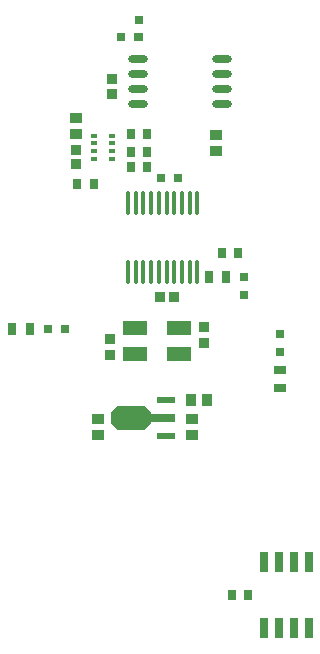
<source format=gbr>
G04*
G04 #@! TF.GenerationSoftware,Altium Limited,Altium Designer,25.7.1 (20)*
G04*
G04 Layer_Color=8421504*
%FSLAX44Y44*%
%MOMM*%
G71*
G04*
G04 #@! TF.SameCoordinates,265DE244-54D5-4CCD-A973-AF3357FD315F*
G04*
G04*
G04 #@! TF.FilePolarity,Positive*
G04*
G01*
G75*
%ADD16R,0.7000X0.9000*%
%ADD17R,2.0000X1.2000*%
%ADD18R,0.9500X0.8500*%
%ADD19R,0.8000X0.8000*%
%ADD20R,0.7500X1.0000*%
G04:AMPARAMS|DCode=21|XSize=0.76mm|YSize=0.6604mm|CornerRadius=0.0825mm|HoleSize=0mm|Usage=FLASHONLY|Rotation=180.000|XOffset=0mm|YOffset=0mm|HoleType=Round|Shape=RoundedRectangle|*
%AMROUNDEDRECTD21*
21,1,0.7600,0.4953,0,0,180.0*
21,1,0.5949,0.6604,0,0,180.0*
1,1,0.1651,-0.2975,0.2477*
1,1,0.1651,0.2975,0.2477*
1,1,0.1651,0.2975,-0.2477*
1,1,0.1651,-0.2975,-0.2477*
%
%ADD21ROUNDEDRECTD21*%
G04:AMPARAMS|DCode=22|XSize=0.76mm|YSize=0.6604mm|CornerRadius=0.0825mm|HoleSize=0mm|Usage=FLASHONLY|Rotation=270.000|XOffset=0mm|YOffset=0mm|HoleType=Round|Shape=RoundedRectangle|*
%AMROUNDEDRECTD22*
21,1,0.7600,0.4953,0,0,270.0*
21,1,0.5949,0.6604,0,0,270.0*
1,1,0.1651,-0.2477,-0.2975*
1,1,0.1651,-0.2477,0.2975*
1,1,0.1651,0.2477,0.2975*
1,1,0.1651,0.2477,-0.2975*
%
%ADD22ROUNDEDRECTD22*%
%ADD23R,0.9500X0.9500*%
%ADD24R,0.5000X0.3500*%
%ADD25R,1.0000X0.9000*%
%ADD26R,0.9500X0.9500*%
%ADD27O,0.3500X2.1000*%
%ADD28R,0.6500X1.7500*%
%ADD29R,0.9000X1.0000*%
%ADD30R,1.6000X0.6000*%
%ADD31O,1.7000X0.6000*%
%ADD32R,0.8000X0.8000*%
G04:AMPARAMS|DCode=33|XSize=2mm|YSize=3.4mm|CornerRadius=0mm|HoleSize=0mm|Usage=FLASHONLY|Rotation=270.000|XOffset=0mm|YOffset=0mm|HoleType=Round|Shape=Octagon|*
%AMOCTAGOND33*
4,1,8,1.7000,0.5000,1.7000,-0.5000,1.2000,-1.0000,-1.2000,-1.0000,-1.7000,-0.5000,-1.7000,0.5000,-1.2000,1.0000,1.2000,1.0000,1.7000,0.5000,0.0*
%
%ADD33OCTAGOND33*%

%ADD34R,2.0000X0.7000*%
%ADD35R,1.0000X0.7500*%
%ADD36R,1.0500X0.9000*%
D16*
X1686000Y315000D02*
D03*
X1700000D02*
D03*
X1677640Y604520D02*
D03*
X1691640D02*
D03*
X1600500Y705000D02*
D03*
X1555100Y662940D02*
D03*
X1614500Y705000D02*
D03*
Y690000D02*
D03*
Y677500D02*
D03*
X1600500D02*
D03*
X1569100Y662940D02*
D03*
X1600500Y690000D02*
D03*
D17*
X1641000Y541000D02*
D03*
X1604000Y519000D02*
D03*
Y541000D02*
D03*
X1641000Y519000D02*
D03*
D18*
X1662500Y541750D02*
D03*
Y528250D02*
D03*
X1582500Y531750D02*
D03*
Y518250D02*
D03*
D19*
X1696720Y583960D02*
D03*
Y568960D02*
D03*
X1727200Y535820D02*
D03*
Y520820D02*
D03*
D20*
X1666360Y584200D02*
D03*
X1681360D02*
D03*
X1500000Y540000D02*
D03*
X1515000D02*
D03*
D21*
X1607500Y787500D02*
D03*
Y801500D02*
D03*
D22*
X1606500Y787500D02*
D03*
X1592500D02*
D03*
X1640220Y668020D02*
D03*
X1626220D02*
D03*
D23*
X1584960Y751640D02*
D03*
Y739140D02*
D03*
X1554480Y692050D02*
D03*
Y679550D02*
D03*
D24*
X1585000Y691000D02*
D03*
X1569000Y684500D02*
D03*
X1585000D02*
D03*
X1569000Y691000D02*
D03*
Y704000D02*
D03*
Y697500D02*
D03*
X1585000Y704000D02*
D03*
Y697500D02*
D03*
D25*
X1554480Y705320D02*
D03*
Y718820D02*
D03*
X1652500Y450750D02*
D03*
X1572500D02*
D03*
X1652500Y464250D02*
D03*
X1572500D02*
D03*
D26*
X1637500Y567500D02*
D03*
X1625000D02*
D03*
D27*
X1630750Y646500D02*
D03*
X1598250Y588500D02*
D03*
X1624250Y646500D02*
D03*
Y588500D02*
D03*
X1617750Y646500D02*
D03*
X1656750D02*
D03*
X1650250D02*
D03*
X1643750D02*
D03*
X1637250D02*
D03*
X1611250D02*
D03*
X1604750D02*
D03*
X1598250D02*
D03*
X1656750Y588500D02*
D03*
X1650250D02*
D03*
X1643750D02*
D03*
X1637250D02*
D03*
X1630750D02*
D03*
X1617750D02*
D03*
X1611250D02*
D03*
X1604750D02*
D03*
D28*
X1738850Y287000D02*
D03*
X1726150D02*
D03*
X1713450D02*
D03*
X1751550D02*
D03*
X1713450Y343000D02*
D03*
X1726150D02*
D03*
X1738850D02*
D03*
X1751550D02*
D03*
D29*
X1665000Y480000D02*
D03*
X1651500D02*
D03*
D30*
X1630000Y450000D02*
D03*
Y480000D02*
D03*
D31*
X1607000Y730950D02*
D03*
X1678000Y756350D02*
D03*
Y769050D02*
D03*
X1607000Y743650D02*
D03*
Y769050D02*
D03*
Y756350D02*
D03*
X1678000Y743650D02*
D03*
Y730950D02*
D03*
D32*
X1545000Y540000D02*
D03*
X1530000D02*
D03*
D33*
X1601000Y465000D02*
D03*
D34*
X1628000D02*
D03*
D35*
X1727200Y505340D02*
D03*
Y490340D02*
D03*
D36*
X1672500Y690500D02*
D03*
Y704500D02*
D03*
M02*

</source>
